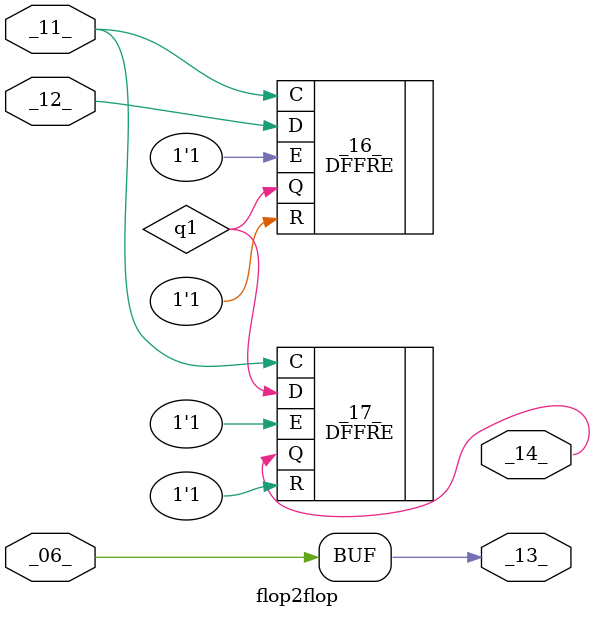
<source format=v>
/* Generated by Yosys 0.18+10 (git sha1 07c42e625, gcc 11.4.0-1ubuntu1~22.04 -fPIC -Os) */

module flop2flop(_13_, _06_, _12_, _14_, _11_);
  input _06_;
  input _11_;
  input _12_;
  output _13_;
  output _14_;
  (* src = "/home/manadher/work/Feb24/yosys_rs29/yosys_verific_rs/yosys/install/bin/../share/yosys/rapidsilicon/genesis3/io_cell_final_map.v:37.16-37.17" *)
  wire _00_;
  (* src = "/home/manadher/work/Feb24/yosys_rs29/yosys_verific_rs/yosys/install/bin/../share/yosys/rapidsilicon/genesis3/io_cell_final_map.v:38.16-38.17" *)
  wire _01_;
  (* src = "/home/manadher/work/Feb24/yosys_rs29/yosys_verific_rs/yosys/install/bin/../share/yosys/rapidsilicon/genesis3/io_cell_final_map.v:39.16-39.17" *)
  wire _02_;
  (* src = "/home/manadher/work/Feb24/yosys_rs29/yosys_verific_rs/yosys/install/bin/../share/yosys/rapidsilicon/genesis3/io_cell_final_map.v:24.16-24.17" *)
  wire _03_;
  (* src = "/home/manadher/work/Feb24/yosys_rs29/yosys_verific_rs/yosys/install/bin/../share/yosys/rapidsilicon/genesis3/io_cell_final_map.v:25.16-25.18" *)
  wire _04_;
  (* src = "/home/manadher/work/Feb24/yosys_rs29/yosys_verific_rs/yosys/install/bin/../share/yosys/rapidsilicon/genesis3/io_cell_final_map.v:26.16-26.17" *)
  wire _05_;
  wire _06_;
  (* src = "/home/manadher/work/Feb24/yosys_rs29/yosys_verific_rs/yosys/install/bin/../share/yosys/rapidsilicon/genesis3/io_cell_final_map.v:25.16-25.18" *)
  wire _07_;
  (* src = "/home/manadher/work/Feb24/yosys_rs29/yosys_verific_rs/yosys/install/bin/../share/yosys/rapidsilicon/genesis3/io_cell_final_map.v:24.16-24.17" *)
  wire _08_;
  (* src = "/home/manadher/work/Feb24/yosys_rs29/yosys_verific_rs/yosys/install/bin/../share/yosys/rapidsilicon/genesis3/io_cell_final_map.v:26.16-26.17" *)
  wire _09_;
  (* src = "/home/manadher/work/Feb24/yosys_rs29/yosys_verific_rs/yosys/install/bin/../share/yosys/rapidsilicon/genesis3/io_cell_final_map.v:11.12-11.13" *)
  wire _10_;
  wire _11_;
  wire _12_;
  wire _13_;
  wire _14_;
  (* src = "/home/manadher/work/Feb24/yosys_rs29/yosys_verific_rs/yosys/install/bin/../share/yosys/rapidsilicon/genesis3/io_cell_final_map.v:10.12-10.13" *)
  wire _15_;
  (* keep = 32'h00000001 *)
  (* src = "flop2flop.v:17.5-17.7" *)
  wire q1;
  (* module_not_derived = 32'h00000001 *)
  (* src = "/home/manadher/work/Feb24/yosys_rs29/yosys_verific_rs/yosys/install/bin/../share/yosys/rapidsilicon/genesis3/ffs_map.v:10.11-10.70" *)
  DFFRE _16_ (
    .C(_11_),
    .D(_12_),
    .E(1'h1),
    .Q(q1),
    .R(1'h1)
  );
  (* module_not_derived = 32'h00000001 *)
  (* src = "/home/manadher/work/Feb24/yosys_rs29/yosys_verific_rs/yosys/install/bin/../share/yosys/rapidsilicon/genesis3/ffs_map.v:10.11-10.70" *)
  DFFRE _17_ (
    .C(_11_),
    .D(q1),
    .E(1'h1),
    .Q(_14_),
    .R(1'h1)
  );
  assign _13_ = _06_;
endmodule

</source>
